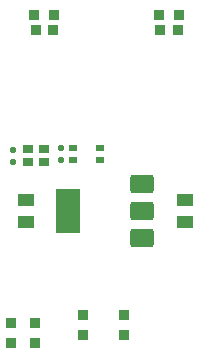
<source format=gbp>
G04*
G04 #@! TF.GenerationSoftware,Altium Limited,Altium Designer,23.4.1 (23)*
G04*
G04 Layer_Color=128*
%FSLAX44Y44*%
%MOMM*%
G71*
G04*
G04 #@! TF.SameCoordinates,DEFA907D-C73D-477E-9BAD-7C3FCEA48035*
G04*
G04*
G04 #@! TF.FilePolarity,Positive*
G04*
G01*
G75*
G04:AMPARAMS|DCode=18|XSize=0.5mm|YSize=0.6mm|CornerRadius=0.0375mm|HoleSize=0mm|Usage=FLASHONLY|Rotation=270.000|XOffset=0mm|YOffset=0mm|HoleType=Round|Shape=RoundedRectangle|*
%AMROUNDEDRECTD18*
21,1,0.5000,0.5250,0,0,270.0*
21,1,0.4250,0.6000,0,0,270.0*
1,1,0.0750,-0.2625,-0.2125*
1,1,0.0750,-0.2625,0.2125*
1,1,0.0750,0.2625,0.2125*
1,1,0.0750,0.2625,-0.2125*
%
%ADD18ROUNDEDRECTD18*%
G04:AMPARAMS|DCode=20|XSize=0.5mm|YSize=0.5mm|CornerRadius=0.0625mm|HoleSize=0mm|Usage=FLASHONLY|Rotation=270.000|XOffset=0mm|YOffset=0mm|HoleType=Round|Shape=RoundedRectangle|*
%AMROUNDEDRECTD20*
21,1,0.5000,0.3750,0,0,270.0*
21,1,0.3750,0.5000,0,0,270.0*
1,1,0.1250,-0.1875,-0.1875*
1,1,0.1250,-0.1875,0.1875*
1,1,0.1250,0.1875,0.1875*
1,1,0.1250,0.1875,-0.1875*
%
%ADD20ROUNDEDRECTD20*%
G04:AMPARAMS|DCode=23|XSize=0.8mm|YSize=0.9mm|CornerRadius=0.06mm|HoleSize=0mm|Usage=FLASHONLY|Rotation=0.000|XOffset=0mm|YOffset=0mm|HoleType=Round|Shape=RoundedRectangle|*
%AMROUNDEDRECTD23*
21,1,0.8000,0.7800,0,0,0.0*
21,1,0.6800,0.9000,0,0,0.0*
1,1,0.1200,0.3400,-0.3900*
1,1,0.1200,-0.3400,-0.3900*
1,1,0.1200,-0.3400,0.3900*
1,1,0.1200,0.3400,0.3900*
%
%ADD23ROUNDEDRECTD23*%
G04:AMPARAMS|DCode=24|XSize=0.9mm|YSize=0.8mm|CornerRadius=0.06mm|HoleSize=0mm|Usage=FLASHONLY|Rotation=180.000|XOffset=0mm|YOffset=0mm|HoleType=Round|Shape=RoundedRectangle|*
%AMROUNDEDRECTD24*
21,1,0.9000,0.6800,0,0,180.0*
21,1,0.7800,0.8000,0,0,180.0*
1,1,0.1200,-0.3900,0.3400*
1,1,0.1200,0.3900,0.3400*
1,1,0.1200,0.3900,-0.3400*
1,1,0.1200,-0.3900,-0.3400*
%
%ADD24ROUNDEDRECTD24*%
%ADD59R,0.9000X0.8000*%
G04:AMPARAMS|DCode=60|XSize=1.5mm|YSize=2mm|CornerRadius=0.1875mm|HoleSize=0mm|Usage=FLASHONLY|Rotation=270.000|XOffset=0mm|YOffset=0mm|HoleType=Round|Shape=RoundedRectangle|*
%AMROUNDEDRECTD60*
21,1,1.5000,1.6250,0,0,270.0*
21,1,1.1250,2.0000,0,0,270.0*
1,1,0.3750,-0.8125,-0.5625*
1,1,0.3750,-0.8125,0.5625*
1,1,0.3750,0.8125,0.5625*
1,1,0.3750,0.8125,-0.5625*
%
%ADD60ROUNDEDRECTD60*%
G04:AMPARAMS|DCode=61|XSize=3.8mm|YSize=2mm|CornerRadius=0.05mm|HoleSize=0mm|Usage=FLASHONLY|Rotation=270.000|XOffset=0mm|YOffset=0mm|HoleType=Round|Shape=RoundedRectangle|*
%AMROUNDEDRECTD61*
21,1,3.8000,1.9000,0,0,270.0*
21,1,3.7000,2.0000,0,0,270.0*
1,1,0.1000,-0.9500,-1.8500*
1,1,0.1000,-0.9500,1.8500*
1,1,0.1000,0.9500,1.8500*
1,1,0.1000,0.9500,-1.8500*
%
%ADD61ROUNDEDRECTD61*%
G04:AMPARAMS|DCode=62|XSize=0.95mm|YSize=1.4mm|CornerRadius=0.0712mm|HoleSize=0mm|Usage=FLASHONLY|Rotation=270.000|XOffset=0mm|YOffset=0mm|HoleType=Round|Shape=RoundedRectangle|*
%AMROUNDEDRECTD62*
21,1,0.9500,1.2575,0,0,270.0*
21,1,0.8075,1.4000,0,0,270.0*
1,1,0.1425,-0.6288,-0.4037*
1,1,0.1425,-0.6288,0.4037*
1,1,0.1425,0.6288,0.4037*
1,1,0.1425,0.6288,-0.4037*
%
%ADD62ROUNDEDRECTD62*%
G04:AMPARAMS|DCode=63|XSize=0.9mm|YSize=0.8mm|CornerRadius=0.06mm|HoleSize=0mm|Usage=FLASHONLY|Rotation=90.000|XOffset=0mm|YOffset=0mm|HoleType=Round|Shape=RoundedRectangle|*
%AMROUNDEDRECTD63*
21,1,0.9000,0.6800,0,0,90.0*
21,1,0.7800,0.8000,0,0,90.0*
1,1,0.1200,0.3400,0.3900*
1,1,0.1200,0.3400,-0.3900*
1,1,0.1200,-0.3400,-0.3900*
1,1,0.1200,-0.3400,0.3900*
%
%ADD63ROUNDEDRECTD63*%
D18*
X-26670Y176450D02*
D03*
Y166450D02*
D03*
X-3810Y176530D02*
D03*
Y166530D02*
D03*
D20*
X-77470Y175100D02*
D03*
Y165100D02*
D03*
X-36830Y166450D02*
D03*
Y176450D02*
D03*
D23*
X62110Y276860D02*
D03*
X47110D02*
D03*
X-43300D02*
D03*
X-58300D02*
D03*
D24*
X46110Y289560D02*
D03*
X63110D02*
D03*
X-59300D02*
D03*
X-42300D02*
D03*
D59*
X-64770Y165100D02*
D03*
X-50770Y165100D02*
D03*
X-64770Y176100D02*
D03*
X-50770D02*
D03*
D60*
X31520Y123190D02*
D03*
Y146190D02*
D03*
Y100190D02*
D03*
D61*
X-30480Y123190D02*
D03*
D62*
X68580Y113940D02*
D03*
Y132440D02*
D03*
X-66040Y114300D02*
D03*
Y132800D02*
D03*
D63*
X16510Y18170D02*
D03*
Y35170D02*
D03*
X-17780Y18170D02*
D03*
Y35170D02*
D03*
X-78740Y11820D02*
D03*
Y28820D02*
D03*
X-58420Y11820D02*
D03*
Y28820D02*
D03*
M02*

</source>
